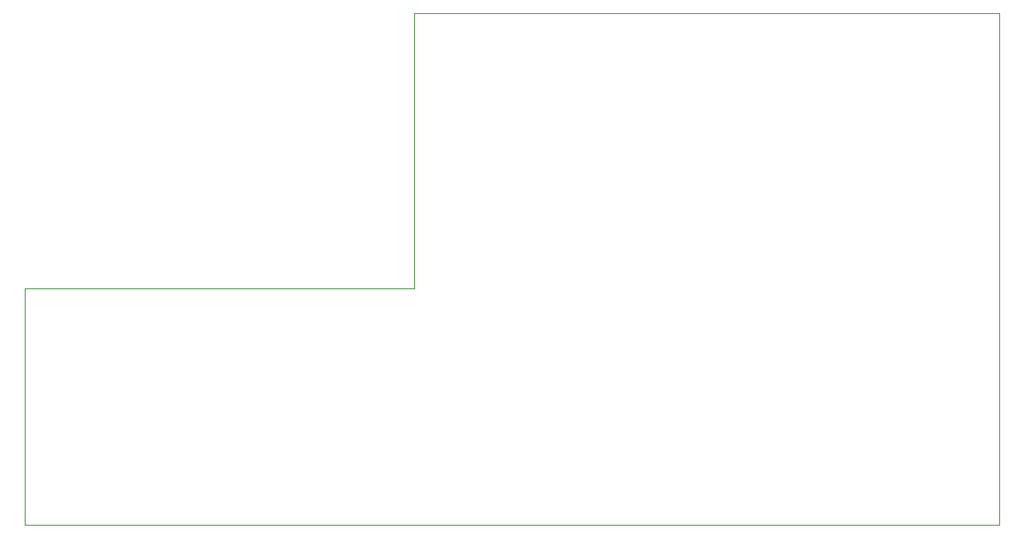
<source format=gbr>
G04 #@! TF.GenerationSoftware,KiCad,Pcbnew,(5.1.5)-3*
G04 #@! TF.CreationDate,2020-05-22T23:58:21-04:00*
G04 #@! TF.ProjectId,Body,426f6479-2e6b-4696-9361-645f70636258,rev?*
G04 #@! TF.SameCoordinates,Original*
G04 #@! TF.FileFunction,Profile,NP*
%FSLAX46Y46*%
G04 Gerber Fmt 4.6, Leading zero omitted, Abs format (unit mm)*
G04 Created by KiCad (PCBNEW (5.1.5)-3) date 2020-05-22 23:58:21*
%MOMM*%
%LPD*%
G04 APERTURE LIST*
%ADD10C,0.050000*%
G04 APERTURE END LIST*
D10*
X80000000Y-114171100D02*
X120000000Y-114171100D01*
X120000000Y-85828950D02*
X120000000Y-114171100D01*
X120000000Y-85828950D02*
X180000000Y-85828950D01*
X180000000Y-85828950D02*
X180000000Y-138455300D01*
X80000000Y-138455310D02*
X180000000Y-138455310D01*
X80000000Y-114171100D02*
X80000000Y-138455310D01*
M02*

</source>
